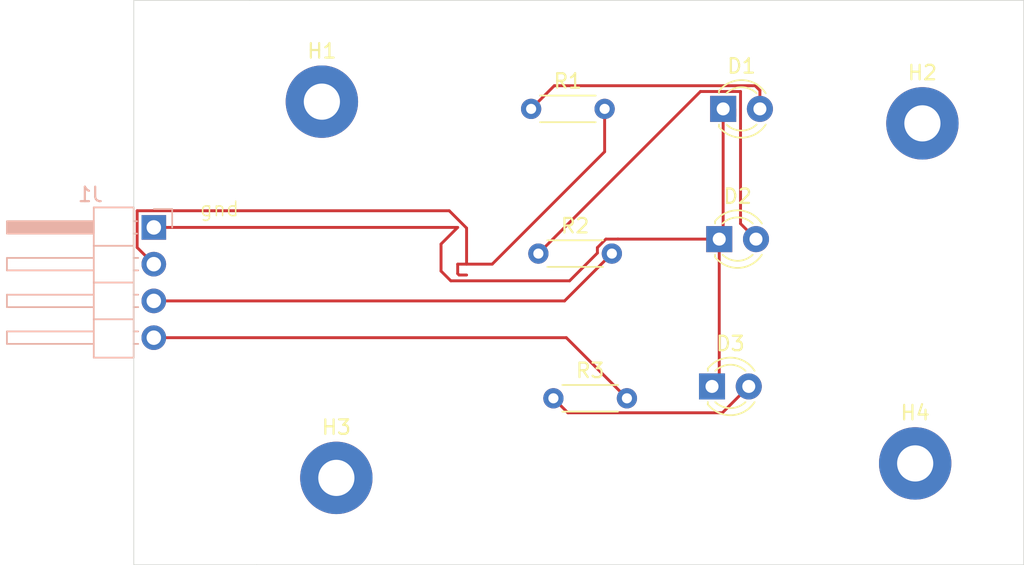
<source format=kicad_pcb>
(kicad_pcb (version 20241229) (generator "pcbnew") (generator_version "9.0")
  (layers (0 "F.Cu" signal) (2 "B.Cu" signal) (13 "F.Paste" user) (15 "B.Paste" user) (5 "F.SilkS" user "F.Silkscreen") (7 "B.SilkS" user "B.Silkscreen") (1 "F.Mask" user) (3 "B.Mask" user) (25 "Edge.Cuts" user))
  (net 0 "")
  (net 1 "Net-(D1-A)")
  (net 2 "Net-(D1-K)")
  (net 3 "Net-(D2-A)")
  (net 4 "Net-(D3-A)")
  (net 5 "Net-(J1-Pin_2)")
  (net 6 "Net-(J1-Pin_3)")
  (net 7 "Net-(J1-Pin_4)")
  (footprint "MountingHole:MountingHole_2.5mm_Pad" (layer "F.Cu") (at 129 94.5)
    (property "Reference" "H3" (at 0 -3.5 0) (layer "F.SilkS"))
    (property "Value" "MountingHole")
    (pad "1" thru_hole circle (at 0 0) (size 5 5) (drill 2.5) (layers "*.Cu" "*.Mask"))
  )
  (footprint "LED_THT:LED_D3.0mm" (layer "F.Cu") (at 155.46 78)
    (property "Reference" "D2" (at 1.27 -2.96 0) (layer "F.SilkS"))
    (property "Value" "LED")
    (fp_line (start -0.29 -1.236) (end -0.29 -1.08) (stroke (width 0.12)) (layer "F.SilkS"))
    (fp_line (start -0.29 1.08) (end -0.29 1.236) (stroke (width 0.12)) (layer "F.SilkS"))
    (fp_arc (start -0.29 -1.235516) (mid 1.365624 -1.987701) (end 2.941397 -1.080061) (stroke (width 0.12)) (layer "F.SilkS"))
    (fp_arc (start 0.229039 -1.08) (mid 1.269964 -1.5) (end 2.31091 -1.080049) (stroke (width 0.12)) (layer "F.SilkS"))
    (fp_arc (start 2.31091 1.080049) (mid 1.269964 1.5) (end 0.229039 1.08) (stroke (width 0.12)) (layer "F.SilkS"))
    (fp_arc (start 2.941397 1.080061) (mid 1.365624 1.987701) (end -0.29 1.235516) (stroke (width 0.12)) (layer "F.SilkS"))
    (pad "1" thru_hole rect (at 0 0) (size 1.8 1.8) (drill 0.9) (layers "*.Cu" "*.Mask") (net 2 "Net-(D1-K)"))
    (pad "2" thru_hole circle (at 2.54 0) (size 1.8 1.8) (drill 0.9) (layers "*.Cu" "*.Mask") (net 3 "Net-(D2-A)"))
  )
  (footprint "LED_THT:LED_D3.0mm" (layer "F.Cu") (at 155.73 69)
    (property "Reference" "D1" (at 1.27 -2.96 0) (layer "F.SilkS"))
    (property "Value" "LED")
    (fp_line (start -0.29 -1.236) (end -0.29 -1.08) (stroke (width 0.12)) (layer "F.SilkS"))
    (fp_line (start -0.29 1.08) (end -0.29 1.236) (stroke (width 0.12)) (layer "F.SilkS"))
    (fp_arc (start -0.29 -1.235516) (mid 1.365624 -1.987701) (end 2.941397 -1.080061) (stroke (width 0.12)) (layer "F.SilkS"))
    (fp_arc (start 0.229039 -1.08) (mid 1.269964 -1.5) (end 2.31091 -1.080049) (stroke (width 0.12)) (layer "F.SilkS"))
    (fp_arc (start 2.31091 1.080049) (mid 1.269964 1.5) (end 0.229039 1.08) (stroke (width 0.12)) (layer "F.SilkS"))
    (fp_arc (start 2.941397 1.080061) (mid 1.365624 1.987701) (end -0.29 1.235516) (stroke (width 0.12)) (layer "F.SilkS"))
    (pad "1" thru_hole rect (at 0 0) (size 1.8 1.8) (drill 0.9) (layers "*.Cu" "*.Mask") (net 2 "Net-(D1-K)"))
    (pad "2" thru_hole circle (at 2.54 0) (size 1.8 1.8) (drill 0.9) (layers "*.Cu" "*.Mask") (net 1 "Net-(D1-A)"))
  )
  (footprint "Resistor_THT:R_Axial_DIN0204_L3.6mm_D1.6mm_P5.08mm_Horizontal" (layer "F.Cu") (at 144 89)
    (property "Reference" "R3" (at 2.54 -1.92 0) (layer "F.SilkS"))
    (property "Value" "R")
    (fp_line (start 0.62 -0.92) (end 4.46 -0.92) (stroke (width 0.12)) (layer "F.SilkS"))
    (fp_line (start 0.62 0.92) (end 4.46 0.92) (stroke (width 0.12)) (layer "F.SilkS"))
    (pad "1" thru_hole circle (at 0 0) (size 1.4 1.4) (drill 0.7) (layers "*.Cu" "*.Mask") (net 4 "Net-(D3-A)"))
    (pad "2" thru_hole oval (at 5.08 0) (size 1.4 1.4) (drill 0.7) (layers "*.Cu" "*.Mask") (net 7 "Net-(J1-Pin_4)"))
  )
  (footprint "Resistor_THT:R_Axial_DIN0204_L3.6mm_D1.6mm_P5.08mm_Horizontal" (layer "F.Cu") (at 142.96 79)
    (property "Reference" "R2" (at 2.54 -1.92 0) (layer "F.SilkS"))
    (property "Value" "R")
    (fp_line (start 0.62 -0.92) (end 4.46 -0.92) (stroke (width 0.12)) (layer "F.SilkS"))
    (fp_line (start 0.62 0.92) (end 4.46 0.92) (stroke (width 0.12)) (layer "F.SilkS"))
    (pad "1" thru_hole circle (at 0 0) (size 1.4 1.4) (drill 0.7) (layers "*.Cu" "*.Mask") (net 3 "Net-(D2-A)"))
    (pad "2" thru_hole oval (at 5.08 0) (size 1.4 1.4) (drill 0.7) (layers "*.Cu" "*.Mask") (net 6 "Net-(J1-Pin_3)"))
  )
  (footprint "LED_THT:LED_D3.0mm" (layer "F.Cu") (at 154.96 88.18)
    (property "Reference" "D3" (at 1.27 -2.96 0) (layer "F.SilkS"))
    (property "Value" "LED")
    (fp_line (start -0.29 -1.236) (end -0.29 -1.08) (stroke (width 0.12)) (layer "F.SilkS"))
    (fp_line (start -0.29 1.08) (end -0.29 1.236) (stroke (width 0.12)) (layer "F.SilkS"))
    (fp_arc (start -0.29 -1.235516) (mid 1.365624 -1.987701) (end 2.941397 -1.080061) (stroke (width 0.12)) (layer "F.SilkS"))
    (fp_arc (start 0.229039 -1.08) (mid 1.269964 -1.5) (end 2.31091 -1.080049) (stroke (width 0.12)) (layer "F.SilkS"))
    (fp_arc (start 2.31091 1.080049) (mid 1.269964 1.5) (end 0.229039 1.08) (stroke (width 0.12)) (layer "F.SilkS"))
    (fp_arc (start 2.941397 1.080061) (mid 1.365624 1.987701) (end -0.29 1.235516) (stroke (width 0.12)) (layer "F.SilkS"))
    (pad "1" thru_hole rect (at 0 0) (size 1.8 1.8) (drill 0.9) (layers "*.Cu" "*.Mask") (net 2 "Net-(D1-K)"))
    (pad "2" thru_hole circle (at 2.54 0) (size 1.8 1.8) (drill 0.9) (layers "*.Cu" "*.Mask") (net 4 "Net-(D3-A)"))
  )
  (footprint "MountingHole:MountingHole_2.5mm_Pad" (layer "F.Cu") (at 128 68.5)
    (property "Reference" "H1" (at 0 -3.5 0) (layer "F.SilkS"))
    (property "Value" "MountingHole")
    (pad "1" thru_hole circle (at 0 0) (size 5 5) (drill 2.5) (layers "*.Cu" "*.Mask"))
  )
  (footprint "Resistor_THT:R_Axial_DIN0204_L3.6mm_D1.6mm_P5.08mm_Horizontal" (layer "F.Cu") (at 142.46 69)
    (property "Reference" "R1" (at 2.54 -1.92 0) (layer "F.SilkS"))
    (property "Value" "R")
    (fp_line (start 0.62 -0.92) (end 4.46 -0.92) (stroke (width 0.12)) (layer "F.SilkS"))
    (fp_line (start 0.62 0.92) (end 4.46 0.92) (stroke (width 0.12)) (layer "F.SilkS"))
    (pad "1" thru_hole circle (at 0 0) (size 1.4 1.4) (drill 0.7) (layers "*.Cu" "*.Mask") (net 1 "Net-(D1-A)"))
    (pad "2" thru_hole oval (at 5.08 0) (size 1.4 1.4) (drill 0.7) (layers "*.Cu" "*.Mask") (net 5 "Net-(J1-Pin_2)"))
  )
  (footprint "MountingHole:MountingHole_2.5mm_Pad" (layer "F.Cu") (at 169 93.5)
    (property "Reference" "H4" (at 0 -3.5 0) (layer "F.SilkS"))
    (property "Value" "MountingHole")
    (pad "1" thru_hole circle (at 0 0) (size 5 5) (drill 2.5) (layers "*.Cu" "*.Mask"))
  )
  (footprint "MountingHole:MountingHole_2.5mm_Pad" (layer "F.Cu") (at 169.5 70)
    (property "Reference" "H2" (at 0 -3.5 0) (layer "F.SilkS"))
    (property "Value" "MountingHole")
    (pad "1" thru_hole circle (at 0 0) (size 5 5) (drill 2.5) (layers "*.Cu" "*.Mask"))
  )
  (footprint "Connector_PinHeader_2.54mm:PinHeader_1x04_P2.54mm_Horizontal" (layer "B.Cu") (at 116.385 77.19 180)
    (property "Reference" "J1" (at 4.385 2.27 0) (layer "B.SilkS") (effects (justify mirror)))
    (property "Value" "Conn_01x04_Pin")
    (fp_line (start 10.15 -2.11) (end 10.15 -2.97) (stroke (width 0.12)) (layer "B.SilkS"))
    (fp_line (start 10.15 -2.97) (end 4.15 -2.97) (stroke (width 0.12)) (layer "B.SilkS"))
    (fp_line (start 10.15 -4.65) (end 10.15 -5.51) (stroke (width 0.12)) (layer "B.SilkS"))
    (fp_line (start 10.15 -5.51) (end 4.15 -5.51) (stroke (width 0.12)) (layer "B.SilkS"))
    (fp_line (start 10.15 -7.19) (end 10.15 -8.05) (stroke (width 0.12)) (layer "B.SilkS"))
    (fp_line (start 10.15 -8.05) (end 4.15 -8.05) (stroke (width 0.12)) (layer "B.SilkS"))
    (fp_line (start 4.15 1.38) (end 1.39 1.38) (stroke (width 0.12)) (layer "B.SilkS"))
    (fp_line (start 4.15 -2.11) (end 10.15 -2.11) (stroke (width 0.12)) (layer "B.SilkS"))
    (fp_line (start 4.15 -4.65) (end 10.15 -4.65) (stroke (width 0.12)) (layer "B.SilkS"))
    (fp_line (start 4.15 -7.19) (end 10.15 -7.19) (stroke (width 0.12)) (layer "B.SilkS"))
    (fp_line (start 4.15 -9) (end 4.15 1.38) (stroke (width 0.12)) (layer "B.SilkS"))
    (fp_line (start 1.39 1.38) (end 1.39 -9) (stroke (width 0.12)) (layer "B.SilkS"))
    (fp_line (start 1.39 -1.27) (end 4.15 -1.27) (stroke (width 0.12)) (layer "B.SilkS"))
    (fp_line (start 1.39 -3.81) (end 4.15 -3.81) (stroke (width 0.12)) (layer "B.SilkS"))
    (fp_line (start 1.39 -6.35) (end 4.15 -6.35) (stroke (width 0.12)) (layer "B.SilkS"))
    (fp_line (start 1.39 -9) (end 4.15 -9) (stroke (width 0.12)) (layer "B.SilkS"))
    (fp_line (start 1.16 0.43) (end 1.39 0.43) (stroke (width 0.12)) (layer "B.SilkS"))
    (fp_line (start 1.16 -0.43) (end 1.39 -0.43) (stroke (width 0.12)) (layer "B.SilkS"))
    (fp_line (start 1.077358 -2.11) (end 1.39 -2.11) (stroke (width 0.12)) (layer "B.SilkS"))
    (fp_line (start 1.077358 -2.97) (end 1.39 -2.97) (stroke (width 0.12)) (layer "B.SilkS"))
    (fp_line (start 1.077358 -4.65) (end 1.39 -4.65) (stroke (width 0.12)) (layer "B.SilkS"))
    (fp_line (start 1.077358 -5.51) (end 1.39 -5.51) (stroke (width 0.12)) (layer "B.SilkS"))
    (fp_line (start 1.077358 -7.19) (end 1.39 -7.19) (stroke (width 0.12)) (layer "B.SilkS"))
    (fp_line (start 1.077358 -8.05) (end 1.39 -8.05) (stroke (width 0.12)) (layer "B.SilkS"))
    (fp_line (start -1.27 1.27) (end 0 1.27) (stroke (width 0.12)) (layer "B.SilkS"))
    (fp_line (start -1.27 0) (end -1.27 1.27) (stroke (width 0.12)) (layer "B.SilkS"))
    (fp_rect (start 4.15 0.43) (end 10.15 -0.43) (stroke (width 0.12)) (fill yes) (layer "B.SilkS"))
    (pad "1" thru_hole rect (at 0 0 180) (size 1.7 1.7) (drill 1) (layers "*.Cu" "*.Mask") (net 2 "Net-(D1-K)"))
    (pad "2" thru_hole circle (at 0 -2.54 180) (size 1.7 1.7) (drill 1) (layers "*.Cu" "*.Mask") (net 5 "Net-(J1-Pin_2)"))
    (pad "3" thru_hole circle (at 0 -5.08 180) (size 1.7 1.7) (drill 1) (layers "*.Cu" "*.Mask") (net 6 "Net-(J1-Pin_3)"))
    (pad "4" thru_hole circle (at 0 -7.62 180) (size 1.7 1.7) (drill 1) (layers "*.Cu" "*.Mask") (net 7 "Net-(J1-Pin_4)"))
  )
  (gr_line (start 176.5 100.5) (end 123.5 100.5) (stroke (width 0.05)) (layer "Edge.Cuts"))
  (gr_line (start 115 61.5) (end 115 100.5) (stroke (width 0.05)) (layer "Edge.Cuts"))
  (gr_line (start 123 61.5) (end 115 61.5) (stroke (width 0.05)) (layer "Edge.Cuts"))
  (gr_line (start 123 61.5) (end 176.5 61.5) (stroke (width 0.05)) (layer "Edge.Cuts"))
  (gr_line (start 176.5 61.5) (end 176.5 100.5) (stroke (width 0.05)) (layer "Edge.Cuts"))
  (gr_line (start 115 100.5) (end 123.5 100.5) (stroke (width 0.05)) (layer "Edge.Cuts"))
  (gr_text "gnd\n" (at 119.5 76.5 0) (layer "F.SilkS") (effects (font (size 1 1) (thickness 0.1)) (justify left bottom)))
  (segment (start 142.46 69) (end 144.062 67.398) (width 0.2) (layer "F.Cu") (net 1))
  (segment (start 158.27 67.727208) (end 158.27 69) (width 0.2) (layer "F.Cu") (net 1))
  (segment (start 157.940792 67.398) (end 158.27 67.727208) (width 0.2) (layer "F.Cu") (net 1))
  (segment (start 144.062 67.398) (end 157.940792 67.398) (width 0.2) (layer "F.Cu") (net 1))
  (segment (start 155.46 87.68) (end 154.96 88.18) (width 0.2) (layer "F.Cu") (net 2))
  (segment (start 147.625372 77.999) (end 148.454628 77.999) (width 0.2) (layer "F.Cu") (net 2))
  (segment (start 156.53 69.03) (end 156.53 69.5) (width 0.2) (layer "F.Cu") (net 2))
  (segment (start 147.039 78.585372) (end 147.625372 77.999) (width 0.2) (layer "F.Cu") (net 2))
  (segment (start 145.119 80.881) (end 147.039 78.961) (width 0.2) (layer "F.Cu") (net 2))
  (segment (start 137.385 77.19) (end 136.234 78.341) (width 0.2) (layer "F.Cu") (net 2))
  (segment (start 155.73 69) (end 156.5 69) (width 0.2) (layer "F.Cu") (net 2))
  (segment (start 147.039 78.961) (end 147.039 78.585372) (width 0.2) (layer "F.Cu") (net 2))
  (segment (start 136.234 80.20676) (end 136.90824 80.881) (width 0.2) (layer "F.Cu") (net 2))
  (segment (start 136.90824 80.881) (end 145.119 80.881) (width 0.2) (layer "F.Cu") (net 2))
  (segment (start 156.5 69) (end 156.53 69.03) (width 0.2) (layer "F.Cu") (net 2))
  (segment (start 155.73 77.73) (end 155.46 78) (width 0.2) (layer "F.Cu") (net 2))
  (segment (start 148.454628 77.999) (end 148.455628 78) (width 0.2) (layer "F.Cu") (net 2))
  (segment (start 148.455628 78) (end 155.46 78) (width 0.2) (layer "F.Cu") (net 2))
  (segment (start 155.46 78) (end 155.46 87.68) (width 0.2) (layer "F.Cu") (net 2))
  (segment (start 116.385 77.19) (end 137.385 77.19) (width 0.2) (layer "F.Cu") (net 2))
  (segment (start 155.73 69) (end 155.73 77.73) (width 0.2) (layer "F.Cu") (net 2))
  (segment (start 136.234 78.341) (end 136.234 80.20676) (width 0.2) (layer "F.Cu") (net 2))
  (segment (start 154.161 67.799) (end 156.931 67.799) (width 0.2) (layer "F.Cu") (net 3))
  (segment (start 156.931 76.931) (end 158 78) (width 0.2) (layer "F.Cu") (net 3))
  (segment (start 142.96 79) (end 154.161 67.799) (width 0.2) (layer "F.Cu") (net 3))
  (segment (start 156.931 67.799) (end 156.931 76.931) (width 0.2) (layer "F.Cu") (net 3))
  (segment (start 145 90) (end 155.68 90) (width 0.2) (layer "F.Cu") (net 4))
  (segment (start 144 89) (end 145 90) (width 0.2) (layer "F.Cu") (net 4))
  (segment (start 155.68 90) (end 157.5 88.18) (width 0.2) (layer "F.Cu") (net 4))
  (segment (start 116.385 79.73) (end 115.234 78.579) (width 0.2) (layer "F.Cu") (net 5))
  (segment (start 138 79.73) (end 137.385 79.73) (width 0.2) (layer "F.Cu") (net 5))
  (segment (start 137.385 80.385) (end 137.48 80.48) (width 0.2) (layer "F.Cu") (net 5))
  (segment (start 139.77 79.73) (end 138 79.73) (width 0.2) (layer "F.Cu") (net 5))
  (segment (start 137.5 80.48) (end 138 80.48) (width 0.2) (layer "F.Cu") (net 5))
  (segment (start 137.385 79.73) (end 137.385 80.385) (width 0.2) (layer "F.Cu") (net 5))
  (segment (start 147.54 69) (end 147.54 71.96) (width 0.2) (layer "F.Cu") (net 5))
  (segment (start 115.234 78.579) (end 115.234 76.039) (width 0.2) (layer "F.Cu") (net 5))
  (segment (start 137.48 80.48) (end 137.5 80.48) (width 0.2) (layer "F.Cu") (net 5))
  (segment (start 115.234 76.039) (end 136.8011 76.039) (width 0.2) (layer "F.Cu") (net 5))
  (segment (start 147.54 71.96) (end 139.77 79.73) (width 0.2) (layer "F.Cu") (net 5))
  (segment (start 136.8011 76.039) (end 138 77.2379) (width 0.2) (layer "F.Cu") (net 5))
  (segment (start 138 77.2379) (end 138 79.73) (width 0.2) (layer "F.Cu") (net 5))
  (segment (start 116.385 82.27) (end 144.77 82.27) (width 0.2) (layer "F.Cu") (net 6))
  (segment (start 144.77 82.27) (end 148.04 79) (width 0.2) (layer "F.Cu") (net 6))
  (segment (start 116.385 84.81) (end 144.89 84.81) (width 0.2) (layer "F.Cu") (net 7))
  (segment (start 144.89 84.81) (end 149.08 89) (width 0.2) (layer "F.Cu") (net 7))
)
</source>
